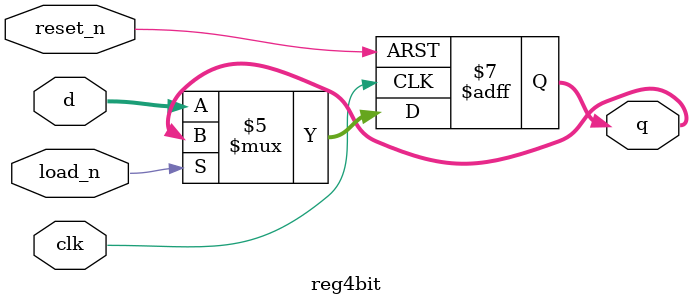
<source format=v>
module reg4bit (
    input clk,
    input reset_n,   // active low asynchronous reset
    input load_n,    // active low load
    input [3:0] d,   // data input
    output reg [3:0] q // data output
);
    always @(posedge clk or negedge reset_n) begin
        if (!reset_n)
            q <= 4'b0000;           // reset to 0
        else if (!load_n)
            q <= d;                 // load new data
        else
            q <= q;                 // hold previous value
    end
endmodule
</source>
